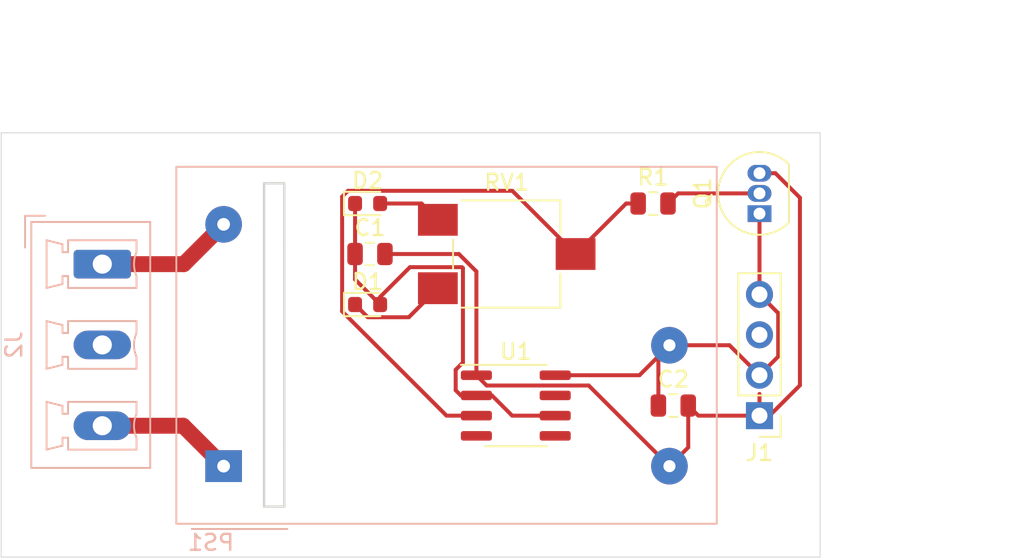
<source format=kicad_pcb>
(kicad_pcb (version 20171130) (host pcbnew "(5.1.6)-1")

  (general
    (thickness 1.6)
    (drawings 14)
    (tracks 60)
    (zones 0)
    (modules 11)
    (nets 10)
  )

  (page A4)
  (layers
    (0 F.Cu signal)
    (31 B.Cu signal)
    (32 B.Adhes user)
    (33 F.Adhes user)
    (34 B.Paste user)
    (35 F.Paste user)
    (36 B.SilkS user)
    (37 F.SilkS user)
    (38 B.Mask user)
    (39 F.Mask user)
    (40 Dwgs.User user)
    (41 Cmts.User user)
    (42 Eco1.User user)
    (43 Eco2.User user)
    (44 Edge.Cuts user)
    (45 Margin user)
    (46 B.CrtYd user)
    (47 F.CrtYd user)
    (48 B.Fab user)
    (49 F.Fab user)
  )

  (setup
    (last_trace_width 0.25)
    (user_trace_width 1)
    (trace_clearance 0.2)
    (zone_clearance 0.508)
    (zone_45_only no)
    (trace_min 0.2)
    (via_size 0.8)
    (via_drill 0.4)
    (via_min_size 0.4)
    (via_min_drill 0.3)
    (uvia_size 0.3)
    (uvia_drill 0.1)
    (uvias_allowed no)
    (uvia_min_size 0.2)
    (uvia_min_drill 0.1)
    (edge_width 0.05)
    (segment_width 0.2)
    (pcb_text_width 0.3)
    (pcb_text_size 1.5 1.5)
    (mod_edge_width 0.12)
    (mod_text_size 1 1)
    (mod_text_width 0.15)
    (pad_size 1.524 1.524)
    (pad_drill 0.762)
    (pad_to_mask_clearance 0.05)
    (aux_axis_origin 0 0)
    (visible_elements 7FFFFFFF)
    (pcbplotparams
      (layerselection 0x010fc_ffffffff)
      (usegerberextensions false)
      (usegerberattributes true)
      (usegerberadvancedattributes true)
      (creategerberjobfile true)
      (excludeedgelayer true)
      (linewidth 0.100000)
      (plotframeref false)
      (viasonmask false)
      (mode 1)
      (useauxorigin false)
      (hpglpennumber 1)
      (hpglpenspeed 20)
      (hpglpendiameter 15.000000)
      (psnegative false)
      (psa4output false)
      (plotreference true)
      (plotvalue true)
      (plotinvisibletext false)
      (padsonsilk false)
      (subtractmaskfromsilk false)
      (outputformat 1)
      (mirror false)
      (drillshape 1)
      (scaleselection 1)
      (outputdirectory ""))
  )

  (net 0 "")
  (net 1 "Net-(C1-Pad1)")
  (net 2 "Net-(C2-Pad1)")
  (net 3 "Net-(D1-Pad1)")
  (net 4 "Net-(D2-Pad2)")
  (net 5 "Net-(J2-Pad3)")
  (net 6 "Net-(J2-Pad1)")
  (net 7 "Net-(Q1-Pad2)")
  (net 8 "Net-(R1-Pad1)")
  (net 9 "Net-(C1-Pad2)")

  (net_class Default "This is the default net class."
    (clearance 0.2)
    (trace_width 0.25)
    (via_dia 0.8)
    (via_drill 0.4)
    (uvia_dia 0.3)
    (uvia_drill 0.1)
    (add_net +12V)
    (add_net "Net-(C1-Pad1)")
    (add_net "Net-(C1-Pad2)")
    (add_net "Net-(C2-Pad1)")
    (add_net "Net-(D1-Pad1)")
    (add_net "Net-(D2-Pad2)")
    (add_net "Net-(J1-Pad3)")
    (add_net "Net-(J2-Pad1)")
    (add_net "Net-(J2-Pad2)")
    (add_net "Net-(J2-Pad3)")
    (add_net "Net-(Q1-Pad2)")
    (add_net "Net-(R1-Pad1)")
    (add_net "Net-(U1-Pad5)")
    (add_net "Net-(U1-Pad7)")
  )

  (module Converter_ACDC:Converter_ACDC_MeanWell_IRM-02-xx_THT (layer B.Cu) (tedit 59FEFB72) (tstamp 60831012)
    (at 148.59 116.84)
    (descr "ACDC-Converter, 2W, Meanwell, IRM-02, THT, https://www.meanwell.co.uk/media/productPDF/IRM-02-spec.pdf")
    (tags "ACDC-Converter 2W THT")
    (path /609D0698)
    (fp_text reference PS1 (at -0.8 4.8) (layer B.SilkS)
      (effects (font (size 1 1) (thickness 0.15)) (justify mirror))
    )
    (fp_text value IRM-02-12 (at 15.14 -20.15) (layer B.Fab)
      (effects (font (size 1 1) (thickness 0.15)) (justify mirror))
    )
    (fp_line (start -2 3.95) (end 4 3.95) (layer B.SilkS) (width 0.12))
    (fp_line (start 1 3.5) (end 0 2.5) (layer B.Fab) (width 0.1))
    (fp_line (start 0 2.5) (end -1 3.5) (layer B.Fab) (width 0.1))
    (fp_line (start -1 3.5) (end -2.85 3.5) (layer B.Fab) (width 0.1))
    (fp_line (start 1 3.5) (end 30.85 3.5) (layer B.Fab) (width 0.1))
    (fp_line (start -2.85 -18.7) (end -2.85 3.5) (layer B.Fab) (width 0.1))
    (fp_line (start 30.85 -18.7) (end 30.85 3.5) (layer B.Fab) (width 0.1))
    (fp_line (start -2.85 -18.7) (end 30.85 -18.7) (layer B.Fab) (width 0.1))
    (fp_line (start -2.97 -18.82) (end 30.97 -18.82) (layer B.SilkS) (width 0.12))
    (fp_line (start -2.97 3.62) (end 30.97 3.62) (layer B.SilkS) (width 0.12))
    (fp_line (start 30.97 3.62) (end 30.97 -18.82) (layer B.SilkS) (width 0.12))
    (fp_line (start -2.97 -18.82) (end -2.97 3.62) (layer B.SilkS) (width 0.12))
    (fp_line (start -3.1 -18.95) (end 31.1 -18.95) (layer B.CrtYd) (width 0.05))
    (fp_line (start 31.1 -18.95) (end 31.1 3.75) (layer B.CrtYd) (width 0.05))
    (fp_line (start -3.1 3.75) (end 31.1 3.75) (layer B.CrtYd) (width 0.05))
    (fp_line (start -3.1 -18.95) (end -3.1 3.75) (layer B.CrtYd) (width 0.05))
    (fp_text user %R (at 14.03 -7.47) (layer B.Fab)
      (effects (font (size 1 1) (thickness 0.15)) (justify mirror))
    )
    (pad 4 thru_hole circle (at 28 -7.6) (size 2.3 2.3) (drill 0.76) (layers *.Cu *.Mask)
      (net 2 "Net-(C2-Pad1)"))
    (pad 2 thru_hole circle (at 0 -15.2) (size 2.3 2.3) (drill 0.8) (layers *.Cu *.Mask)
      (net 6 "Net-(J2-Pad1)"))
    (pad 1 thru_hole rect (at 0 0) (size 2.3 2) (drill 0.8) (layers *.Cu *.Mask)
      (net 5 "Net-(J2-Pad3)"))
    (pad 3 thru_hole circle (at 28 0) (size 2.3 2.3) (drill 0.76) (layers *.Cu *.Mask)
      (net 9 "Net-(C1-Pad2)"))
    (model ${KISYS3DMOD}/Converter_ACDC.3dshapes/Converter_ACDC_MeanWell_IRM-02-xx_THT.wrl
      (at (xyz 0 0 0))
      (scale (xyz 1 1 1))
      (rotate (xyz 0 0 0))
    )
  )

  (module Package_SO:SOIC-8_3.9x4.9mm_P1.27mm (layer F.Cu) (tedit 5D9F72B1) (tstamp 60830E82)
    (at 166.94 113.03)
    (descr "SOIC, 8 Pin (JEDEC MS-012AA, https://www.analog.com/media/en/package-pcb-resources/package/pkg_pdf/soic_narrow-r/r_8.pdf), generated with kicad-footprint-generator ipc_gullwing_generator.py")
    (tags "SOIC SO")
    (path /6087FAC8)
    (attr smd)
    (fp_text reference U1 (at 0 -3.4) (layer F.SilkS)
      (effects (font (size 1 1) (thickness 0.15)))
    )
    (fp_text value ICM7555xB (at 0 3.4) (layer F.Fab)
      (effects (font (size 1 1) (thickness 0.15)))
    )
    (fp_text user %R (at 0 0) (layer F.Fab)
      (effects (font (size 0.98 0.98) (thickness 0.15)))
    )
    (fp_line (start 0 2.56) (end 1.95 2.56) (layer F.SilkS) (width 0.12))
    (fp_line (start 0 2.56) (end -1.95 2.56) (layer F.SilkS) (width 0.12))
    (fp_line (start 0 -2.56) (end 1.95 -2.56) (layer F.SilkS) (width 0.12))
    (fp_line (start 0 -2.56) (end -3.45 -2.56) (layer F.SilkS) (width 0.12))
    (fp_line (start -0.975 -2.45) (end 1.95 -2.45) (layer F.Fab) (width 0.1))
    (fp_line (start 1.95 -2.45) (end 1.95 2.45) (layer F.Fab) (width 0.1))
    (fp_line (start 1.95 2.45) (end -1.95 2.45) (layer F.Fab) (width 0.1))
    (fp_line (start -1.95 2.45) (end -1.95 -1.475) (layer F.Fab) (width 0.1))
    (fp_line (start -1.95 -1.475) (end -0.975 -2.45) (layer F.Fab) (width 0.1))
    (fp_line (start -3.7 -2.7) (end -3.7 2.7) (layer F.CrtYd) (width 0.05))
    (fp_line (start -3.7 2.7) (end 3.7 2.7) (layer F.CrtYd) (width 0.05))
    (fp_line (start 3.7 2.7) (end 3.7 -2.7) (layer F.CrtYd) (width 0.05))
    (fp_line (start 3.7 -2.7) (end -3.7 -2.7) (layer F.CrtYd) (width 0.05))
    (pad 8 smd roundrect (at 2.475 -1.905) (size 1.95 0.6) (layers F.Cu F.Paste F.Mask) (roundrect_rratio 0.25)
      (net 2 "Net-(C2-Pad1)"))
    (pad 7 smd roundrect (at 2.475 -0.635) (size 1.95 0.6) (layers F.Cu F.Paste F.Mask) (roundrect_rratio 0.25))
    (pad 6 smd roundrect (at 2.475 0.635) (size 1.95 0.6) (layers F.Cu F.Paste F.Mask) (roundrect_rratio 0.25)
      (net 1 "Net-(C1-Pad1)"))
    (pad 5 smd roundrect (at 2.475 1.905) (size 1.95 0.6) (layers F.Cu F.Paste F.Mask) (roundrect_rratio 0.25))
    (pad 4 smd roundrect (at -2.475 1.905) (size 1.95 0.6) (layers F.Cu F.Paste F.Mask) (roundrect_rratio 0.25))
    (pad 3 smd roundrect (at -2.475 0.635) (size 1.95 0.6) (layers F.Cu F.Paste F.Mask) (roundrect_rratio 0.25)
      (net 8 "Net-(R1-Pad1)"))
    (pad 2 smd roundrect (at -2.475 -0.635) (size 1.95 0.6) (layers F.Cu F.Paste F.Mask) (roundrect_rratio 0.25)
      (net 1 "Net-(C1-Pad1)"))
    (pad 1 smd roundrect (at -2.475 -1.905) (size 1.95 0.6) (layers F.Cu F.Paste F.Mask) (roundrect_rratio 0.25)
      (net 9 "Net-(C1-Pad2)"))
    (model ${KISYS3DMOD}/Package_SO.3dshapes/SOIC-8_3.9x4.9mm_P1.27mm.wrl
      (at (xyz 0 0 0))
      (scale (xyz 1 1 1))
      (rotate (xyz 0 0 0))
    )
  )

  (module Potentiometer_SMD:Potentiometer_ACP_CA6-VSMD_Vertical (layer F.Cu) (tedit 5A3D7171) (tstamp 60831575)
    (at 166.37 103.505)
    (descr "Potentiometer, vertical, ACP CA6-VSMD, http://www.acptechnologies.com/wp-content/uploads/2017/06/01-ACP-CA6.pdf")
    (tags "Potentiometer vertical ACP CA6-VSMD")
    (path /6083DEC6)
    (attr smd)
    (fp_text reference RV1 (at 0 -4.5) (layer F.SilkS)
      (effects (font (size 1 1) (thickness 0.15)))
    )
    (fp_text value 10K (at 0 4.5) (layer F.Fab)
      (effects (font (size 1 1) (thickness 0.15)))
    )
    (fp_text user %R (at -2.25 0 90) (layer F.Fab)
      (effects (font (size 1 1) (thickness 0.15)))
    )
    (fp_circle (center 0.275 0) (end 1.175 0) (layer F.Fab) (width 0.1))
    (fp_line (start -3.25 -3.25) (end -3.25 3.25) (layer F.Fab) (width 0.1))
    (fp_line (start -3.25 3.25) (end 3.25 3.25) (layer F.Fab) (width 0.1))
    (fp_line (start 3.25 3.25) (end 3.25 -3.25) (layer F.Fab) (width 0.1))
    (fp_line (start 3.25 -3.25) (end -3.25 -3.25) (layer F.Fab) (width 0.1))
    (fp_line (start -2.834 -3.371) (end 3.37 -3.371) (layer F.SilkS) (width 0.12))
    (fp_line (start -2.834 3.37) (end 3.37 3.37) (layer F.SilkS) (width 0.12))
    (fp_line (start -3.37 -0.909) (end -3.37 0.91) (layer F.SilkS) (width 0.12))
    (fp_line (start 3.37 -3.371) (end 3.37 -1.24) (layer F.SilkS) (width 0.12))
    (fp_line (start 3.37 1.24) (end 3.37 3.37) (layer F.SilkS) (width 0.12))
    (fp_line (start -5.85 -3.5) (end -5.85 3.5) (layer F.CrtYd) (width 0.05))
    (fp_line (start -5.85 3.5) (end 5.85 3.5) (layer F.CrtYd) (width 0.05))
    (fp_line (start 5.85 3.5) (end 5.85 -3.5) (layer F.CrtYd) (width 0.05))
    (fp_line (start 5.85 -3.5) (end -5.85 -3.5) (layer F.CrtYd) (width 0.05))
    (pad 1 smd rect (at -4.325 2.15) (size 2.5 2) (layers F.Cu F.Paste F.Mask)
      (net 3 "Net-(D1-Pad1)"))
    (pad 2 smd rect (at 4.325 0) (size 2.5 2) (layers F.Cu F.Paste F.Mask)
      (net 8 "Net-(R1-Pad1)"))
    (pad 3 smd rect (at -4.325 -2.15) (size 2.5 2) (layers F.Cu F.Paste F.Mask)
      (net 4 "Net-(D2-Pad2)"))
    (model ${KISYS3DMOD}/Potentiometer_SMD.3dshapes/Potentiometer_ACP_CA6-VSMD_Vertical.wrl
      (at (xyz 0 0 0))
      (scale (xyz 1 1 1))
      (rotate (xyz 0 0 0))
    )
  )

  (module Package_TO_SOT_THT:TO-92_Inline (layer F.Cu) (tedit 5A1DD157) (tstamp 60830E42)
    (at 182.245 100.965 90)
    (descr "TO-92 leads in-line, narrow, oval pads, drill 0.75mm (see NXP sot054_po.pdf)")
    (tags "to-92 sc-43 sc-43a sot54 PA33 transistor")
    (path /60881839)
    (fp_text reference Q1 (at 1.27 -3.56 90) (layer F.SilkS)
      (effects (font (size 1 1) (thickness 0.15)))
    )
    (fp_text value BC547 (at 1.27 2.79 90) (layer F.Fab)
      (effects (font (size 1 1) (thickness 0.15)))
    )
    (fp_arc (start 1.27 0) (end 1.27 -2.6) (angle 135) (layer F.SilkS) (width 0.12))
    (fp_arc (start 1.27 0) (end 1.27 -2.48) (angle -135) (layer F.Fab) (width 0.1))
    (fp_arc (start 1.27 0) (end 1.27 -2.6) (angle -135) (layer F.SilkS) (width 0.12))
    (fp_arc (start 1.27 0) (end 1.27 -2.48) (angle 135) (layer F.Fab) (width 0.1))
    (fp_text user %R (at 1.27 -3.56 90) (layer F.Fab)
      (effects (font (size 1 1) (thickness 0.15)))
    )
    (fp_line (start -0.53 1.85) (end 3.07 1.85) (layer F.SilkS) (width 0.12))
    (fp_line (start -0.5 1.75) (end 3 1.75) (layer F.Fab) (width 0.1))
    (fp_line (start -1.46 -2.73) (end 4 -2.73) (layer F.CrtYd) (width 0.05))
    (fp_line (start -1.46 -2.73) (end -1.46 2.01) (layer F.CrtYd) (width 0.05))
    (fp_line (start 4 2.01) (end 4 -2.73) (layer F.CrtYd) (width 0.05))
    (fp_line (start 4 2.01) (end -1.46 2.01) (layer F.CrtYd) (width 0.05))
    (pad 1 thru_hole rect (at 0 0 90) (size 1.05 1.5) (drill 0.75) (layers *.Cu *.Mask)
      (net 2 "Net-(C2-Pad1)"))
    (pad 3 thru_hole oval (at 2.54 0 90) (size 1.05 1.5) (drill 0.75) (layers *.Cu *.Mask)
      (net 9 "Net-(C1-Pad2)"))
    (pad 2 thru_hole oval (at 1.27 0 90) (size 1.05 1.5) (drill 0.75) (layers *.Cu *.Mask)
      (net 7 "Net-(Q1-Pad2)"))
    (model ${KISYS3DMOD}/Package_TO_SOT_THT.3dshapes/TO-92_Inline.wrl
      (at (xyz 0 0 0))
      (scale (xyz 1 1 1))
      (rotate (xyz 0 0 0))
    )
  )

  (module Diode_SMD:D_0603_1608Metric (layer F.Cu) (tedit 5B301BBE) (tstamp 60830DA8)
    (at 157.6325 100.33)
    (descr "Diode SMD 0603 (1608 Metric), square (rectangular) end terminal, IPC_7351 nominal, (Body size source: http://www.tortai-tech.com/upload/download/2011102023233369053.pdf), generated with kicad-footprint-generator")
    (tags diode)
    (path /6083D5D2)
    (attr smd)
    (fp_text reference D2 (at 0 -1.43) (layer F.SilkS)
      (effects (font (size 1 1) (thickness 0.15)))
    )
    (fp_text value 1N4148 (at 0 1.43) (layer F.Fab)
      (effects (font (size 1 1) (thickness 0.15)))
    )
    (fp_text user %R (at 0 0) (layer F.Fab)
      (effects (font (size 0.4 0.4) (thickness 0.06)))
    )
    (fp_line (start 0.8 -0.4) (end -0.5 -0.4) (layer F.Fab) (width 0.1))
    (fp_line (start -0.5 -0.4) (end -0.8 -0.1) (layer F.Fab) (width 0.1))
    (fp_line (start -0.8 -0.1) (end -0.8 0.4) (layer F.Fab) (width 0.1))
    (fp_line (start -0.8 0.4) (end 0.8 0.4) (layer F.Fab) (width 0.1))
    (fp_line (start 0.8 0.4) (end 0.8 -0.4) (layer F.Fab) (width 0.1))
    (fp_line (start 0.8 -0.735) (end -1.485 -0.735) (layer F.SilkS) (width 0.12))
    (fp_line (start -1.485 -0.735) (end -1.485 0.735) (layer F.SilkS) (width 0.12))
    (fp_line (start -1.485 0.735) (end 0.8 0.735) (layer F.SilkS) (width 0.12))
    (fp_line (start -1.48 0.73) (end -1.48 -0.73) (layer F.CrtYd) (width 0.05))
    (fp_line (start -1.48 -0.73) (end 1.48 -0.73) (layer F.CrtYd) (width 0.05))
    (fp_line (start 1.48 -0.73) (end 1.48 0.73) (layer F.CrtYd) (width 0.05))
    (fp_line (start 1.48 0.73) (end -1.48 0.73) (layer F.CrtYd) (width 0.05))
    (pad 2 smd roundrect (at 0.7875 0) (size 0.875 0.95) (layers F.Cu F.Paste F.Mask) (roundrect_rratio 0.25)
      (net 4 "Net-(D2-Pad2)"))
    (pad 1 smd roundrect (at -0.7875 0) (size 0.875 0.95) (layers F.Cu F.Paste F.Mask) (roundrect_rratio 0.25)
      (net 1 "Net-(C1-Pad1)"))
    (model ${KISYS3DMOD}/Diode_SMD.3dshapes/D_0603_1608Metric.wrl
      (at (xyz 0 0 0))
      (scale (xyz 1 1 1))
      (rotate (xyz 0 0 0))
    )
  )

  (module Diode_SMD:D_0603_1608Metric (layer F.Cu) (tedit 5B301BBE) (tstamp 60830D95)
    (at 157.6325 106.68)
    (descr "Diode SMD 0603 (1608 Metric), square (rectangular) end terminal, IPC_7351 nominal, (Body size source: http://www.tortai-tech.com/upload/download/2011102023233369053.pdf), generated with kicad-footprint-generator")
    (tags diode)
    (path /6083D5D8)
    (attr smd)
    (fp_text reference D1 (at 0 -1.43) (layer F.SilkS)
      (effects (font (size 1 1) (thickness 0.15)))
    )
    (fp_text value 1N4148 (at 0 1.43) (layer F.Fab)
      (effects (font (size 1 1) (thickness 0.15)))
    )
    (fp_text user %R (at 0 0) (layer F.Fab)
      (effects (font (size 0.4 0.4) (thickness 0.06)))
    )
    (fp_line (start 0.8 -0.4) (end -0.5 -0.4) (layer F.Fab) (width 0.1))
    (fp_line (start -0.5 -0.4) (end -0.8 -0.1) (layer F.Fab) (width 0.1))
    (fp_line (start -0.8 -0.1) (end -0.8 0.4) (layer F.Fab) (width 0.1))
    (fp_line (start -0.8 0.4) (end 0.8 0.4) (layer F.Fab) (width 0.1))
    (fp_line (start 0.8 0.4) (end 0.8 -0.4) (layer F.Fab) (width 0.1))
    (fp_line (start 0.8 -0.735) (end -1.485 -0.735) (layer F.SilkS) (width 0.12))
    (fp_line (start -1.485 -0.735) (end -1.485 0.735) (layer F.SilkS) (width 0.12))
    (fp_line (start -1.485 0.735) (end 0.8 0.735) (layer F.SilkS) (width 0.12))
    (fp_line (start -1.48 0.73) (end -1.48 -0.73) (layer F.CrtYd) (width 0.05))
    (fp_line (start -1.48 -0.73) (end 1.48 -0.73) (layer F.CrtYd) (width 0.05))
    (fp_line (start 1.48 -0.73) (end 1.48 0.73) (layer F.CrtYd) (width 0.05))
    (fp_line (start 1.48 0.73) (end -1.48 0.73) (layer F.CrtYd) (width 0.05))
    (pad 2 smd roundrect (at 0.7875 0) (size 0.875 0.95) (layers F.Cu F.Paste F.Mask) (roundrect_rratio 0.25)
      (net 1 "Net-(C1-Pad1)"))
    (pad 1 smd roundrect (at -0.7875 0) (size 0.875 0.95) (layers F.Cu F.Paste F.Mask) (roundrect_rratio 0.25)
      (net 3 "Net-(D1-Pad1)"))
    (model ${KISYS3DMOD}/Diode_SMD.3dshapes/D_0603_1608Metric.wrl
      (at (xyz 0 0 0))
      (scale (xyz 1 1 1))
      (rotate (xyz 0 0 0))
    )
  )

  (module Capacitor_SMD:C_0805_2012Metric (layer F.Cu) (tedit 5B36C52B) (tstamp 60830D82)
    (at 176.8325 113.03)
    (descr "Capacitor SMD 0805 (2012 Metric), square (rectangular) end terminal, IPC_7351 nominal, (Body size source: https://docs.google.com/spreadsheets/d/1BsfQQcO9C6DZCsRaXUlFlo91Tg2WpOkGARC1WS5S8t0/edit?usp=sharing), generated with kicad-footprint-generator")
    (tags capacitor)
    (path /60883AFE)
    (attr smd)
    (fp_text reference C2 (at 0 -1.65) (layer F.SilkS)
      (effects (font (size 1 1) (thickness 0.15)))
    )
    (fp_text value 1U (at 0 1.65) (layer F.Fab)
      (effects (font (size 1 1) (thickness 0.15)))
    )
    (fp_text user %R (at 0 0) (layer F.Fab)
      (effects (font (size 0.5 0.5) (thickness 0.08)))
    )
    (fp_line (start -1 0.6) (end -1 -0.6) (layer F.Fab) (width 0.1))
    (fp_line (start -1 -0.6) (end 1 -0.6) (layer F.Fab) (width 0.1))
    (fp_line (start 1 -0.6) (end 1 0.6) (layer F.Fab) (width 0.1))
    (fp_line (start 1 0.6) (end -1 0.6) (layer F.Fab) (width 0.1))
    (fp_line (start -0.258578 -0.71) (end 0.258578 -0.71) (layer F.SilkS) (width 0.12))
    (fp_line (start -0.258578 0.71) (end 0.258578 0.71) (layer F.SilkS) (width 0.12))
    (fp_line (start -1.68 0.95) (end -1.68 -0.95) (layer F.CrtYd) (width 0.05))
    (fp_line (start -1.68 -0.95) (end 1.68 -0.95) (layer F.CrtYd) (width 0.05))
    (fp_line (start 1.68 -0.95) (end 1.68 0.95) (layer F.CrtYd) (width 0.05))
    (fp_line (start 1.68 0.95) (end -1.68 0.95) (layer F.CrtYd) (width 0.05))
    (pad 2 smd roundrect (at 0.9375 0) (size 0.975 1.4) (layers F.Cu F.Paste F.Mask) (roundrect_rratio 0.25)
      (net 9 "Net-(C1-Pad2)"))
    (pad 1 smd roundrect (at -0.9375 0) (size 0.975 1.4) (layers F.Cu F.Paste F.Mask) (roundrect_rratio 0.25)
      (net 2 "Net-(C2-Pad1)"))
    (model ${KISYS3DMOD}/Capacitor_SMD.3dshapes/C_0805_2012Metric.wrl
      (at (xyz 0 0 0))
      (scale (xyz 1 1 1))
      (rotate (xyz 0 0 0))
    )
  )

  (module Capacitor_SMD:C_0805_2012Metric (layer F.Cu) (tedit 5B36C52B) (tstamp 60830D71)
    (at 157.7825 103.505)
    (descr "Capacitor SMD 0805 (2012 Metric), square (rectangular) end terminal, IPC_7351 nominal, (Body size source: https://docs.google.com/spreadsheets/d/1BsfQQcO9C6DZCsRaXUlFlo91Tg2WpOkGARC1WS5S8t0/edit?usp=sharing), generated with kicad-footprint-generator")
    (tags capacitor)
    (path /60834D9C)
    (attr smd)
    (fp_text reference C1 (at 0 -1.65) (layer F.SilkS)
      (effects (font (size 1 1) (thickness 0.15)))
    )
    (fp_text value 4N7 (at 0 1.65) (layer F.Fab)
      (effects (font (size 1 1) (thickness 0.15)))
    )
    (fp_text user %R (at 0 0) (layer F.Fab)
      (effects (font (size 0.5 0.5) (thickness 0.08)))
    )
    (fp_line (start -1 0.6) (end -1 -0.6) (layer F.Fab) (width 0.1))
    (fp_line (start -1 -0.6) (end 1 -0.6) (layer F.Fab) (width 0.1))
    (fp_line (start 1 -0.6) (end 1 0.6) (layer F.Fab) (width 0.1))
    (fp_line (start 1 0.6) (end -1 0.6) (layer F.Fab) (width 0.1))
    (fp_line (start -0.258578 -0.71) (end 0.258578 -0.71) (layer F.SilkS) (width 0.12))
    (fp_line (start -0.258578 0.71) (end 0.258578 0.71) (layer F.SilkS) (width 0.12))
    (fp_line (start -1.68 0.95) (end -1.68 -0.95) (layer F.CrtYd) (width 0.05))
    (fp_line (start -1.68 -0.95) (end 1.68 -0.95) (layer F.CrtYd) (width 0.05))
    (fp_line (start 1.68 -0.95) (end 1.68 0.95) (layer F.CrtYd) (width 0.05))
    (fp_line (start 1.68 0.95) (end -1.68 0.95) (layer F.CrtYd) (width 0.05))
    (pad 2 smd roundrect (at 0.9375 0) (size 0.975 1.4) (layers F.Cu F.Paste F.Mask) (roundrect_rratio 0.25)
      (net 9 "Net-(C1-Pad2)"))
    (pad 1 smd roundrect (at -0.9375 0) (size 0.975 1.4) (layers F.Cu F.Paste F.Mask) (roundrect_rratio 0.25)
      (net 1 "Net-(C1-Pad1)"))
    (model ${KISYS3DMOD}/Capacitor_SMD.3dshapes/C_0805_2012Metric.wrl
      (at (xyz 0 0 0))
      (scale (xyz 1 1 1))
      (rotate (xyz 0 0 0))
    )
  )

  (module Connector_PinHeader_2.54mm:PinHeader_1x04_P2.54mm_Vertical (layer F.Cu) (tedit 59FED5CC) (tstamp 6082445D)
    (at 182.245 113.665 180)
    (descr "Through hole straight pin header, 1x04, 2.54mm pitch, single row")
    (tags "Through hole pin header THT 1x04 2.54mm single row")
    (path /6081CBC0)
    (fp_text reference J1 (at 0 -2.33) (layer F.SilkS)
      (effects (font (size 1 1) (thickness 0.15)))
    )
    (fp_text value "Molex 47054-1000" (at -2.54 3.81 270) (layer F.Fab)
      (effects (font (size 1 1) (thickness 0.15)))
    )
    (fp_line (start 1.8 -1.8) (end -1.8 -1.8) (layer F.CrtYd) (width 0.05))
    (fp_line (start 1.8 9.4) (end 1.8 -1.8) (layer F.CrtYd) (width 0.05))
    (fp_line (start -1.8 9.4) (end 1.8 9.4) (layer F.CrtYd) (width 0.05))
    (fp_line (start -1.8 -1.8) (end -1.8 9.4) (layer F.CrtYd) (width 0.05))
    (fp_line (start -1.33 -1.33) (end 0 -1.33) (layer F.SilkS) (width 0.12))
    (fp_line (start -1.33 0) (end -1.33 -1.33) (layer F.SilkS) (width 0.12))
    (fp_line (start -1.33 1.27) (end 1.33 1.27) (layer F.SilkS) (width 0.12))
    (fp_line (start 1.33 1.27) (end 1.33 8.95) (layer F.SilkS) (width 0.12))
    (fp_line (start -1.33 1.27) (end -1.33 8.95) (layer F.SilkS) (width 0.12))
    (fp_line (start -1.33 8.95) (end 1.33 8.95) (layer F.SilkS) (width 0.12))
    (fp_line (start -1.27 -0.635) (end -0.635 -1.27) (layer F.Fab) (width 0.1))
    (fp_line (start -1.27 8.89) (end -1.27 -0.635) (layer F.Fab) (width 0.1))
    (fp_line (start 1.27 8.89) (end -1.27 8.89) (layer F.Fab) (width 0.1))
    (fp_line (start 1.27 -1.27) (end 1.27 8.89) (layer F.Fab) (width 0.1))
    (fp_line (start -0.635 -1.27) (end 1.27 -1.27) (layer F.Fab) (width 0.1))
    (fp_text user %R (at 0 3.81 90) (layer F.Fab)
      (effects (font (size 1 1) (thickness 0.15)))
    )
    (pad 4 thru_hole oval (at 0 7.62 180) (size 1.7 1.7) (drill 1) (layers *.Cu *.Mask)
      (net 2 "Net-(C2-Pad1)"))
    (pad 3 thru_hole oval (at 0 5.08 180) (size 1.7 1.7) (drill 1) (layers *.Cu *.Mask))
    (pad 2 thru_hole oval (at 0 2.54 180) (size 1.7 1.7) (drill 1) (layers *.Cu *.Mask)
      (net 2 "Net-(C2-Pad1)"))
    (pad 1 thru_hole rect (at 0 0 180) (size 1.7 1.7) (drill 1) (layers *.Cu *.Mask)
      (net 9 "Net-(C1-Pad2)"))
    (model ${KISYS3DMOD}/Connector_PinHeader_2.54mm.3dshapes/PinHeader_1x04_P2.54mm_Vertical.wrl
      (at (xyz 0 0 0))
      (scale (xyz 1 1 1))
      (rotate (xyz 0 0 0))
    )
  )

  (module Resistor_SMD:R_0805_2012Metric (layer F.Cu) (tedit 5B36C52B) (tstamp 6082B692)
    (at 175.5625 100.33)
    (descr "Resistor SMD 0805 (2012 Metric), square (rectangular) end terminal, IPC_7351 nominal, (Body size source: https://docs.google.com/spreadsheets/d/1BsfQQcO9C6DZCsRaXUlFlo91Tg2WpOkGARC1WS5S8t0/edit?usp=sharing), generated with kicad-footprint-generator")
    (tags resistor)
    (path /60899DBE)
    (attr smd)
    (fp_text reference R1 (at 0 -1.65) (layer F.SilkS)
      (effects (font (size 1 1) (thickness 0.15)))
    )
    (fp_text value 10K (at 0 1.65) (layer F.Fab)
      (effects (font (size 1 1) (thickness 0.15)))
    )
    (fp_line (start 1.68 0.95) (end -1.68 0.95) (layer F.CrtYd) (width 0.05))
    (fp_line (start 1.68 -0.95) (end 1.68 0.95) (layer F.CrtYd) (width 0.05))
    (fp_line (start -1.68 -0.95) (end 1.68 -0.95) (layer F.CrtYd) (width 0.05))
    (fp_line (start -1.68 0.95) (end -1.68 -0.95) (layer F.CrtYd) (width 0.05))
    (fp_line (start -0.258578 0.71) (end 0.258578 0.71) (layer F.SilkS) (width 0.12))
    (fp_line (start -0.258578 -0.71) (end 0.258578 -0.71) (layer F.SilkS) (width 0.12))
    (fp_line (start 1 0.6) (end -1 0.6) (layer F.Fab) (width 0.1))
    (fp_line (start 1 -0.6) (end 1 0.6) (layer F.Fab) (width 0.1))
    (fp_line (start -1 -0.6) (end 1 -0.6) (layer F.Fab) (width 0.1))
    (fp_line (start -1 0.6) (end -1 -0.6) (layer F.Fab) (width 0.1))
    (fp_text user %R (at 0 0) (layer F.Fab)
      (effects (font (size 0.5 0.5) (thickness 0.08)))
    )
    (pad 2 smd roundrect (at 0.9375 0) (size 0.975 1.4) (layers F.Cu F.Paste F.Mask) (roundrect_rratio 0.25)
      (net 7 "Net-(Q1-Pad2)"))
    (pad 1 smd roundrect (at -0.9375 0) (size 0.975 1.4) (layers F.Cu F.Paste F.Mask) (roundrect_rratio 0.25)
      (net 8 "Net-(R1-Pad1)"))
    (model ${KISYS3DMOD}/Resistor_SMD.3dshapes/R_0805_2012Metric.wrl
      (at (xyz 0 0 0))
      (scale (xyz 1 1 1))
      (rotate (xyz 0 0 0))
    )
  )

  (module Connector_Phoenix_MC_HighVoltage:PhoenixContact_MCV_1,5_3-G-5.08_1x03_P5.08mm_Vertical (layer B.Cu) (tedit 5B784ED3) (tstamp 60824445)
    (at 140.97 104.14 270)
    (descr "Generic Phoenix Contact connector footprint for: MCV_1,5/3-G-5.08; number of pins: 03; pin pitch: 5.08mm; Vertical || order number: 1836309 8A 320V")
    (tags "phoenix_contact connector MCV_01x03_G_5.08mm")
    (path /6081D08F)
    (fp_text reference J2 (at 5.08 5.55 270) (layer B.SilkS)
      (effects (font (size 1 1) (thickness 0.15)) (justify mirror))
    )
    (fp_text value "AC MAINS" (at 5.08 -4.1 270) (layer B.Fab)
      (effects (font (size 1 1) (thickness 0.15)) (justify mirror))
    )
    (fp_line (start -3.04 4.85) (end -1.04 4.85) (layer B.Fab) (width 0.1))
    (fp_line (start -3.04 3.6) (end -3.04 4.85) (layer B.Fab) (width 0.1))
    (fp_line (start -3.04 4.85) (end -1.04 4.85) (layer B.SilkS) (width 0.12))
    (fp_line (start -3.04 3.6) (end -3.04 4.85) (layer B.SilkS) (width 0.12))
    (fp_line (start 13.2 4.85) (end -3.04 4.85) (layer B.CrtYd) (width 0.05))
    (fp_line (start 13.2 -3.4) (end 13.2 4.85) (layer B.CrtYd) (width 0.05))
    (fp_line (start -3.04 -3.4) (end 13.2 -3.4) (layer B.CrtYd) (width 0.05))
    (fp_line (start -3.04 4.85) (end -3.04 -3.4) (layer B.CrtYd) (width 0.05))
    (fp_line (start 11.66 -2.15) (end 10.91 -2.15) (layer B.SilkS) (width 0.12))
    (fp_line (start 11.66 2.15) (end 11.66 -2.15) (layer B.SilkS) (width 0.12))
    (fp_line (start 10.91 2.15) (end 11.66 2.15) (layer B.SilkS) (width 0.12))
    (fp_line (start 10.91 2.5) (end 10.91 2.15) (layer B.SilkS) (width 0.12))
    (fp_line (start 11.41 2.5) (end 10.91 2.5) (layer B.SilkS) (width 0.12))
    (fp_line (start 11.66 3.5) (end 11.41 2.5) (layer B.SilkS) (width 0.12))
    (fp_line (start 8.66 3.5) (end 11.66 3.5) (layer B.SilkS) (width 0.12))
    (fp_line (start 8.91 2.5) (end 8.66 3.5) (layer B.SilkS) (width 0.12))
    (fp_line (start 9.41 2.5) (end 8.91 2.5) (layer B.SilkS) (width 0.12))
    (fp_line (start 9.41 2.15) (end 9.41 2.5) (layer B.SilkS) (width 0.12))
    (fp_line (start 8.66 2.15) (end 9.41 2.15) (layer B.SilkS) (width 0.12))
    (fp_line (start 8.66 -2.15) (end 8.66 2.15) (layer B.SilkS) (width 0.12))
    (fp_line (start 9.41 -2.15) (end 8.66 -2.15) (layer B.SilkS) (width 0.12))
    (fp_line (start 6.58 -2.15) (end 5.83 -2.15) (layer B.SilkS) (width 0.12))
    (fp_line (start 6.58 2.15) (end 6.58 -2.15) (layer B.SilkS) (width 0.12))
    (fp_line (start 5.83 2.15) (end 6.58 2.15) (layer B.SilkS) (width 0.12))
    (fp_line (start 5.83 2.5) (end 5.83 2.15) (layer B.SilkS) (width 0.12))
    (fp_line (start 6.33 2.5) (end 5.83 2.5) (layer B.SilkS) (width 0.12))
    (fp_line (start 6.58 3.5) (end 6.33 2.5) (layer B.SilkS) (width 0.12))
    (fp_line (start 3.58 3.5) (end 6.58 3.5) (layer B.SilkS) (width 0.12))
    (fp_line (start 3.83 2.5) (end 3.58 3.5) (layer B.SilkS) (width 0.12))
    (fp_line (start 4.33 2.5) (end 3.83 2.5) (layer B.SilkS) (width 0.12))
    (fp_line (start 4.33 2.15) (end 4.33 2.5) (layer B.SilkS) (width 0.12))
    (fp_line (start 3.58 2.15) (end 4.33 2.15) (layer B.SilkS) (width 0.12))
    (fp_line (start 3.58 -2.15) (end 3.58 2.15) (layer B.SilkS) (width 0.12))
    (fp_line (start 4.33 -2.15) (end 3.58 -2.15) (layer B.SilkS) (width 0.12))
    (fp_line (start 1.5 -2.15) (end 0.75 -2.15) (layer B.SilkS) (width 0.12))
    (fp_line (start 1.5 2.15) (end 1.5 -2.15) (layer B.SilkS) (width 0.12))
    (fp_line (start 0.75 2.15) (end 1.5 2.15) (layer B.SilkS) (width 0.12))
    (fp_line (start 0.75 2.5) (end 0.75 2.15) (layer B.SilkS) (width 0.12))
    (fp_line (start 1.25 2.5) (end 0.75 2.5) (layer B.SilkS) (width 0.12))
    (fp_line (start 1.5 3.5) (end 1.25 2.5) (layer B.SilkS) (width 0.12))
    (fp_line (start -1.5 3.5) (end 1.5 3.5) (layer B.SilkS) (width 0.12))
    (fp_line (start -1.25 2.5) (end -1.5 3.5) (layer B.SilkS) (width 0.12))
    (fp_line (start -0.75 2.5) (end -1.25 2.5) (layer B.SilkS) (width 0.12))
    (fp_line (start -0.75 2.15) (end -0.75 2.5) (layer B.SilkS) (width 0.12))
    (fp_line (start -1.5 2.15) (end -0.75 2.15) (layer B.SilkS) (width 0.12))
    (fp_line (start -1.5 -2.15) (end -1.5 2.15) (layer B.SilkS) (width 0.12))
    (fp_line (start -0.75 -2.15) (end -1.5 -2.15) (layer B.SilkS) (width 0.12))
    (fp_line (start 12.7 4.35) (end -2.54 4.35) (layer B.Fab) (width 0.1))
    (fp_line (start 12.7 -2.9) (end 12.7 4.35) (layer B.Fab) (width 0.1))
    (fp_line (start -2.54 -2.9) (end 12.7 -2.9) (layer B.Fab) (width 0.1))
    (fp_line (start -2.54 4.35) (end -2.54 -2.9) (layer B.Fab) (width 0.1))
    (fp_line (start 12.81 4.46) (end -2.65 4.46) (layer B.SilkS) (width 0.12))
    (fp_line (start 12.81 -3.01) (end 12.81 4.46) (layer B.SilkS) (width 0.12))
    (fp_line (start -2.65 -3.01) (end 12.81 -3.01) (layer B.SilkS) (width 0.12))
    (fp_line (start -2.65 4.46) (end -2.65 -3.01) (layer B.SilkS) (width 0.12))
    (fp_text user %R (at 5.08 3.65 270) (layer B.Fab)
      (effects (font (size 1 1) (thickness 0.15)) (justify mirror))
    )
    (fp_arc (start 10.16 -3.85) (end 9.41 -2.15) (angle -47.6) (layer B.SilkS) (width 0.12))
    (fp_arc (start 5.08 -3.85) (end 4.33 -2.15) (angle -47.6) (layer B.SilkS) (width 0.12))
    (fp_arc (start 0 -3.85) (end -0.75 -2.15) (angle -47.6) (layer B.SilkS) (width 0.12))
    (pad 3 thru_hole oval (at 10.16 0 270) (size 1.8 3.6) (drill 1.2) (layers *.Cu *.Mask)
      (net 5 "Net-(J2-Pad3)"))
    (pad 2 thru_hole oval (at 5.08 0 270) (size 1.8 3.6) (drill 1.2) (layers *.Cu *.Mask))
    (pad 1 thru_hole roundrect (at 0 0 270) (size 1.8 3.6) (drill 1.2) (layers *.Cu *.Mask) (roundrect_rratio 0.138889)
      (net 6 "Net-(J2-Pad1)"))
    (model ${KISYS3DMOD}/Connector_Phoenix_MC_HighVoltage.3dshapes/PhoenixContact_MCV_1,5_3-G-5.08_1x03_P5.08mm_Vertical.wrl
      (at (xyz 0 0 0))
      (scale (xyz 1 1 1))
      (rotate (xyz 0 0 0))
    )
  )

  (dimension 26.67 (width 0.15) (layer Dwgs.User)
    (gr_text "26.670 mm" (at 197.515 109.22 270) (layer Dwgs.User)
      (effects (font (size 1 1) (thickness 0.15)))
    )
    (feature1 (pts (xy 186.055 122.555) (xy 196.801421 122.555)))
    (feature2 (pts (xy 186.055 95.885) (xy 196.801421 95.885)))
    (crossbar (pts (xy 196.215 95.885) (xy 196.215 122.555)))
    (arrow1a (pts (xy 196.215 122.555) (xy 195.628579 121.428496)))
    (arrow1b (pts (xy 196.215 122.555) (xy 196.801421 121.428496)))
    (arrow2a (pts (xy 196.215 95.885) (xy 195.628579 97.011504)))
    (arrow2b (pts (xy 196.215 95.885) (xy 196.801421 97.011504)))
  )
  (dimension 51.435 (width 0.15) (layer Dwgs.User)
    (gr_text "51.435 mm" (at 160.3375 88.235) (layer Dwgs.User)
      (effects (font (size 1 1) (thickness 0.15)))
    )
    (feature1 (pts (xy 186.055 95.885) (xy 186.055 88.948579)))
    (feature2 (pts (xy 134.62 95.885) (xy 134.62 88.948579)))
    (crossbar (pts (xy 134.62 89.535) (xy 186.055 89.535)))
    (arrow1a (pts (xy 186.055 89.535) (xy 184.928496 90.121421)))
    (arrow1b (pts (xy 186.055 89.535) (xy 184.928496 88.948579)))
    (arrow2a (pts (xy 134.62 89.535) (xy 135.746504 90.121421)))
    (arrow2b (pts (xy 134.62 89.535) (xy 135.746504 88.948579)))
  )
  (gr_line (start 134.62 95.885) (end 134.62 122.555) (layer Edge.Cuts) (width 0.05) (tstamp 6082A514))
  (gr_line (start 186.055 95.885) (end 134.62 95.885) (layer Edge.Cuts) (width 0.05) (tstamp 6082F04F))
  (gr_line (start 186.055 122.555) (end 186.055 95.885) (layer Edge.Cuts) (width 0.05))
  (gr_line (start 134.62 122.555) (end 186.055 122.555) (layer Edge.Cuts) (width 0.05))
  (gr_line (start 152.4 119.38) (end 152.4 115.57) (layer Edge.Cuts) (width 0.15))
  (gr_line (start 151.13 119.38) (end 152.4 119.38) (layer Edge.Cuts) (width 0.15))
  (gr_line (start 151.13 115.57) (end 151.13 119.38) (layer Edge.Cuts) (width 0.15))
  (gr_line (start 152.4 99.06) (end 152.4 102.87) (layer Edge.Cuts) (width 0.15))
  (gr_line (start 151.13 99.06) (end 152.4 99.06) (layer Edge.Cuts) (width 0.15))
  (gr_line (start 151.13 102.87) (end 151.13 99.06) (layer Edge.Cuts) (width 0.15))
  (gr_line (start 151.13 102.87) (end 151.13 115.57) (layer Edge.Cuts) (width 0.15) (tstamp 60829C5C))
  (gr_line (start 152.4 115.57) (end 152.4 102.87) (layer Edge.Cuts) (width 0.15))

  (segment (start 156.845 103.505) (end 156.845 100.33) (width 0.25) (layer F.Cu) (net 1))
  (segment (start 156.845 105.105) (end 158.42 106.68) (width 0.25) (layer F.Cu) (net 1))
  (segment (start 156.845 103.505) (end 156.845 105.105) (width 0.25) (layer F.Cu) (net 1))
  (segment (start 163.49 112.395) (end 164.465 112.395) (width 0.25) (layer F.Cu) (net 1))
  (segment (start 163.16499 112.06999) (end 163.49 112.395) (width 0.25) (layer F.Cu) (net 1))
  (segment (start 163.16499 110.778242) (end 163.16499 112.06999) (width 0.25) (layer F.Cu) (net 1))
  (segment (start 163.620001 110.323231) (end 163.16499 110.778242) (width 0.25) (layer F.Cu) (net 1))
  (segment (start 163.620001 104.394999) (end 163.620001 110.323231) (width 0.25) (layer F.Cu) (net 1))
  (segment (start 160.295001 104.329999) (end 163.555001 104.329999) (width 0.25) (layer F.Cu) (net 1))
  (segment (start 163.555001 104.329999) (end 163.620001 104.394999) (width 0.25) (layer F.Cu) (net 1))
  (segment (start 158.42 106.205) (end 160.295001 104.329999) (width 0.25) (layer F.Cu) (net 1))
  (segment (start 158.42 106.68) (end 158.42 106.205) (width 0.25) (layer F.Cu) (net 1))
  (segment (start 166.71 113.665) (end 169.415 113.665) (width 0.25) (layer F.Cu) (net 1))
  (segment (start 165.44 112.395) (end 166.71 113.665) (width 0.25) (layer F.Cu) (net 1))
  (segment (start 164.465 112.395) (end 165.44 112.395) (width 0.25) (layer F.Cu) (net 1))
  (segment (start 175.895 109.935) (end 176.59 109.24) (width 0.25) (layer F.Cu) (net 2))
  (segment (start 175.895 113.03) (end 175.895 109.935) (width 0.25) (layer F.Cu) (net 2))
  (segment (start 180.36 109.24) (end 182.245 111.125) (width 0.25) (layer F.Cu) (net 2))
  (segment (start 176.59 109.24) (end 180.36 109.24) (width 0.25) (layer F.Cu) (net 2))
  (segment (start 174.705 111.125) (end 176.59 109.24) (width 0.25) (layer F.Cu) (net 2))
  (segment (start 169.415 111.125) (end 174.705 111.125) (width 0.25) (layer F.Cu) (net 2))
  (segment (start 183.420001 107.220001) (end 182.245 106.045) (width 0.25) (layer F.Cu) (net 2))
  (segment (start 183.420001 109.949999) (end 183.420001 107.220001) (width 0.25) (layer F.Cu) (net 2))
  (segment (start 182.245 111.125) (end 183.420001 109.949999) (width 0.25) (layer F.Cu) (net 2))
  (segment (start 182.245 106.045) (end 182.245 100.965) (width 0.25) (layer F.Cu) (net 2))
  (segment (start 160.21999 107.48001) (end 162.045 105.655) (width 0.25) (layer F.Cu) (net 3))
  (segment (start 157.64501 107.48001) (end 160.21999 107.48001) (width 0.25) (layer F.Cu) (net 3))
  (segment (start 156.845 106.68) (end 157.64501 107.48001) (width 0.25) (layer F.Cu) (net 3))
  (segment (start 161.02 100.33) (end 162.045 101.355) (width 0.25) (layer F.Cu) (net 4))
  (segment (start 158.42 100.33) (end 161.02 100.33) (width 0.25) (layer F.Cu) (net 4))
  (segment (start 146.05 114.3) (end 148.59 116.84) (width 1) (layer F.Cu) (net 5) (status 20))
  (segment (start 140.97 114.3) (end 146.05 114.3) (width 1) (layer F.Cu) (net 5) (status 10))
  (segment (start 146.09 104.14) (end 148.59 101.64) (width 1) (layer F.Cu) (net 6) (status 20))
  (segment (start 140.97 104.14) (end 146.09 104.14) (width 1) (layer F.Cu) (net 6) (status 10))
  (segment (start 177.135 99.695) (end 182.245 99.695) (width 0.25) (layer F.Cu) (net 7))
  (segment (start 176.5 100.33) (end 177.135 99.695) (width 0.25) (layer F.Cu) (net 7))
  (segment (start 173.87 100.33) (end 170.695 103.505) (width 0.25) (layer F.Cu) (net 8))
  (segment (start 174.625 100.33) (end 173.87 100.33) (width 0.25) (layer F.Cu) (net 8))
  (segment (start 156.401016 99.52999) (end 166.71999 99.52999) (width 0.25) (layer F.Cu) (net 8))
  (segment (start 156.03249 99.898516) (end 156.401016 99.52999) (width 0.25) (layer F.Cu) (net 8))
  (segment (start 156.03249 107.111484) (end 156.03249 99.898516) (width 0.25) (layer F.Cu) (net 8))
  (segment (start 166.71999 99.52999) (end 170.695 103.505) (width 0.25) (layer F.Cu) (net 8))
  (segment (start 162.586006 113.665) (end 156.03249 107.111484) (width 0.25) (layer F.Cu) (net 8))
  (segment (start 164.465 113.665) (end 162.586006 113.665) (width 0.25) (layer F.Cu) (net 8))
  (segment (start 158.72 103.505) (end 163.366413 103.505) (width 0.25) (layer F.Cu) (net 9))
  (segment (start 164.465 104.603587) (end 164.465 111.125) (width 0.25) (layer F.Cu) (net 9))
  (segment (start 163.366413 103.505) (end 164.465 104.603587) (width 0.25) (layer F.Cu) (net 9))
  (segment (start 178.405 113.665) (end 177.77 113.03) (width 0.25) (layer F.Cu) (net 9))
  (segment (start 182.245 113.665) (end 178.405 113.665) (width 0.25) (layer F.Cu) (net 9))
  (segment (start 177.77 115.66) (end 176.59 116.84) (width 0.25) (layer F.Cu) (net 9))
  (segment (start 177.77 113.03) (end 177.77 115.66) (width 0.25) (layer F.Cu) (net 9))
  (segment (start 182.245 113.665) (end 182.245 112.300001) (width 0.25) (layer F.Cu) (net 9))
  (segment (start 182.245 113.665) (end 182.88 113.665) (width 0.25) (layer F.Cu) (net 9))
  (segment (start 182.88 113.665) (end 184.785 111.76) (width 0.25) (layer F.Cu) (net 9))
  (segment (start 184.785 99.965) (end 183.245 98.425) (width 0.25) (layer F.Cu) (net 9))
  (segment (start 183.245 98.425) (end 182.245 98.425) (width 0.25) (layer F.Cu) (net 9))
  (segment (start 184.785 111.76) (end 184.785 99.965) (width 0.25) (layer F.Cu) (net 9))
  (segment (start 165.10999 111.76999) (end 164.465 111.125) (width 0.25) (layer F.Cu) (net 9))
  (segment (start 171.51999 111.76999) (end 165.10999 111.76999) (width 0.25) (layer F.Cu) (net 9))
  (segment (start 176.59 116.84) (end 171.51999 111.76999) (width 0.25) (layer F.Cu) (net 9))

)

</source>
